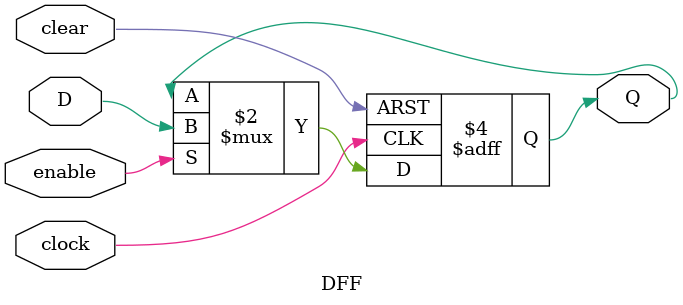
<source format=v>
`timescale 1ns / 1ps

module DFF(D, clock, clear, enable,Q);
		input D;
		input clock;
		input clear;
		input enable;
		output reg Q;
	 
	 always@(posedge clock, posedge clear)
		if(clear) begin
		    Q <= 0;
        end
		else if(enable)begin
			    Q <= D;
        end
endmodule
</source>
